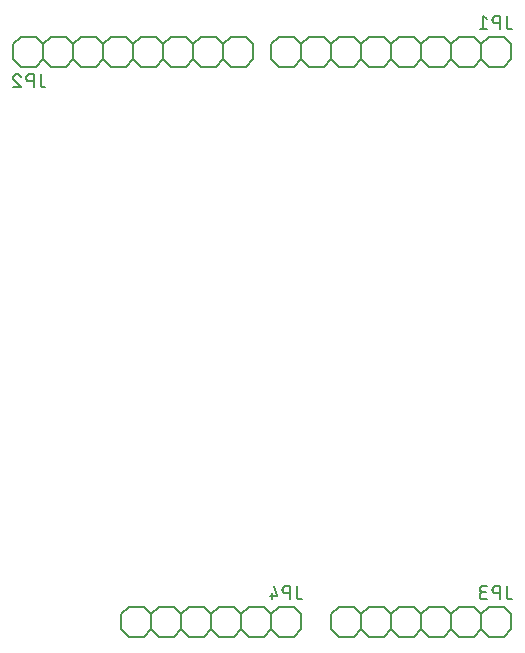
<source format=gbr>
G04 EAGLE Gerber RS-274X export*
G75*
%MOMM*%
%FSLAX34Y34*%
%LPD*%
%INSilkscreen Bottom*%
%IPPOS*%
%AMOC8*
5,1,8,0,0,1.08239X$1,22.5*%
G01*
%ADD10C,0.152400*%
%ADD11C,0.127000*%


D10*
X488950Y520700D02*
X476250Y520700D01*
X469900Y514350D01*
X469900Y501650D01*
X476250Y495300D01*
X514350Y520700D02*
X520700Y514350D01*
X514350Y520700D02*
X501650Y520700D01*
X495300Y514350D01*
X495300Y501650D01*
X501650Y495300D01*
X514350Y495300D01*
X520700Y501650D01*
X495300Y514350D02*
X488950Y520700D01*
X495300Y501650D02*
X488950Y495300D01*
X476250Y495300D01*
X552450Y520700D02*
X565150Y520700D01*
X552450Y520700D02*
X546100Y514350D01*
X546100Y501650D01*
X552450Y495300D01*
X546100Y514350D02*
X539750Y520700D01*
X527050Y520700D01*
X520700Y514350D01*
X520700Y501650D01*
X527050Y495300D01*
X539750Y495300D01*
X546100Y501650D01*
X590550Y520700D02*
X596900Y514350D01*
X590550Y520700D02*
X577850Y520700D01*
X571500Y514350D01*
X571500Y501650D01*
X577850Y495300D01*
X590550Y495300D01*
X596900Y501650D01*
X571500Y514350D02*
X565150Y520700D01*
X571500Y501650D02*
X565150Y495300D01*
X552450Y495300D01*
X628650Y520700D02*
X641350Y520700D01*
X628650Y520700D02*
X622300Y514350D01*
X622300Y501650D01*
X628650Y495300D01*
X622300Y514350D02*
X615950Y520700D01*
X603250Y520700D01*
X596900Y514350D01*
X596900Y501650D01*
X603250Y495300D01*
X615950Y495300D01*
X622300Y501650D01*
X647700Y501650D02*
X647700Y514350D01*
X641350Y520700D01*
X647700Y501650D02*
X641350Y495300D01*
X628650Y495300D01*
X463550Y520700D02*
X450850Y520700D01*
X444500Y514350D01*
X444500Y501650D01*
X450850Y495300D01*
X469900Y514350D02*
X463550Y520700D01*
X469900Y501650D02*
X463550Y495300D01*
X450850Y495300D01*
D11*
X644017Y529463D02*
X644017Y538353D01*
X644017Y529463D02*
X644019Y529363D01*
X644025Y529264D01*
X644035Y529164D01*
X644048Y529066D01*
X644066Y528967D01*
X644087Y528870D01*
X644112Y528774D01*
X644141Y528678D01*
X644174Y528584D01*
X644210Y528491D01*
X644250Y528400D01*
X644294Y528310D01*
X644341Y528222D01*
X644391Y528136D01*
X644445Y528052D01*
X644502Y527970D01*
X644562Y527891D01*
X644626Y527813D01*
X644692Y527739D01*
X644761Y527667D01*
X644833Y527598D01*
X644907Y527532D01*
X644985Y527468D01*
X645064Y527408D01*
X645146Y527351D01*
X645230Y527297D01*
X645316Y527247D01*
X645404Y527200D01*
X645494Y527156D01*
X645585Y527116D01*
X645678Y527080D01*
X645772Y527047D01*
X645868Y527018D01*
X645964Y526993D01*
X646061Y526972D01*
X646160Y526954D01*
X646258Y526941D01*
X646358Y526931D01*
X646457Y526925D01*
X646557Y526923D01*
X647827Y526923D01*
X638037Y526923D02*
X638037Y538353D01*
X634862Y538353D01*
X634751Y538351D01*
X634641Y538345D01*
X634530Y538336D01*
X634420Y538322D01*
X634311Y538305D01*
X634202Y538284D01*
X634094Y538259D01*
X633987Y538230D01*
X633881Y538198D01*
X633776Y538162D01*
X633673Y538122D01*
X633571Y538079D01*
X633470Y538032D01*
X633371Y537981D01*
X633275Y537928D01*
X633180Y537871D01*
X633087Y537810D01*
X632996Y537747D01*
X632907Y537680D01*
X632821Y537610D01*
X632738Y537537D01*
X632656Y537462D01*
X632578Y537384D01*
X632503Y537302D01*
X632430Y537219D01*
X632360Y537133D01*
X632293Y537044D01*
X632230Y536953D01*
X632169Y536860D01*
X632112Y536766D01*
X632059Y536669D01*
X632008Y536570D01*
X631961Y536469D01*
X631918Y536367D01*
X631878Y536264D01*
X631842Y536159D01*
X631810Y536053D01*
X631781Y535946D01*
X631756Y535838D01*
X631735Y535729D01*
X631718Y535620D01*
X631704Y535510D01*
X631695Y535399D01*
X631689Y535289D01*
X631687Y535178D01*
X631689Y535067D01*
X631695Y534957D01*
X631704Y534846D01*
X631718Y534736D01*
X631735Y534627D01*
X631756Y534518D01*
X631781Y534410D01*
X631810Y534303D01*
X631842Y534197D01*
X631878Y534092D01*
X631918Y533989D01*
X631961Y533887D01*
X632008Y533786D01*
X632059Y533687D01*
X632112Y533591D01*
X632169Y533496D01*
X632230Y533403D01*
X632293Y533312D01*
X632360Y533223D01*
X632430Y533137D01*
X632503Y533054D01*
X632578Y532972D01*
X632656Y532894D01*
X632738Y532819D01*
X632821Y532746D01*
X632907Y532676D01*
X632996Y532609D01*
X633087Y532546D01*
X633180Y532485D01*
X633275Y532428D01*
X633371Y532375D01*
X633470Y532324D01*
X633571Y532277D01*
X633673Y532234D01*
X633776Y532194D01*
X633881Y532158D01*
X633987Y532126D01*
X634094Y532097D01*
X634202Y532072D01*
X634311Y532051D01*
X634420Y532034D01*
X634530Y532020D01*
X634641Y532011D01*
X634751Y532005D01*
X634862Y532003D01*
X638037Y532003D01*
X627178Y535813D02*
X624003Y538353D01*
X624003Y526923D01*
X627178Y526923D02*
X620828Y526923D01*
D10*
X397510Y495300D02*
X384810Y495300D01*
X397510Y495300D02*
X403860Y501650D01*
X403860Y514350D01*
X397510Y520700D01*
X359410Y495300D02*
X353060Y501650D01*
X359410Y495300D02*
X372110Y495300D01*
X378460Y501650D01*
X378460Y514350D01*
X372110Y520700D01*
X359410Y520700D01*
X353060Y514350D01*
X378460Y501650D02*
X384810Y495300D01*
X378460Y514350D02*
X384810Y520700D01*
X397510Y520700D01*
X321310Y495300D02*
X308610Y495300D01*
X321310Y495300D02*
X327660Y501650D01*
X327660Y514350D01*
X321310Y520700D01*
X327660Y501650D02*
X334010Y495300D01*
X346710Y495300D01*
X353060Y501650D01*
X353060Y514350D01*
X346710Y520700D01*
X334010Y520700D01*
X327660Y514350D01*
X283210Y495300D02*
X276860Y501650D01*
X283210Y495300D02*
X295910Y495300D01*
X302260Y501650D01*
X302260Y514350D01*
X295910Y520700D01*
X283210Y520700D01*
X276860Y514350D01*
X302260Y501650D02*
X308610Y495300D01*
X302260Y514350D02*
X308610Y520700D01*
X321310Y520700D01*
X245110Y495300D02*
X232410Y495300D01*
X245110Y495300D02*
X251460Y501650D01*
X251460Y514350D01*
X245110Y520700D01*
X251460Y501650D02*
X257810Y495300D01*
X270510Y495300D01*
X276860Y501650D01*
X276860Y514350D01*
X270510Y520700D01*
X257810Y520700D01*
X251460Y514350D01*
X226060Y514350D02*
X226060Y501650D01*
X232410Y495300D01*
X226060Y514350D02*
X232410Y520700D01*
X245110Y520700D01*
X410210Y495300D02*
X422910Y495300D01*
X429260Y501650D01*
X429260Y514350D01*
X422910Y520700D01*
X403860Y501650D02*
X410210Y495300D01*
X403860Y514350D02*
X410210Y520700D01*
X422910Y520700D01*
D11*
X249122Y489077D02*
X249122Y480187D01*
X249124Y480087D01*
X249130Y479988D01*
X249140Y479888D01*
X249153Y479790D01*
X249171Y479691D01*
X249192Y479594D01*
X249217Y479498D01*
X249246Y479402D01*
X249279Y479308D01*
X249315Y479215D01*
X249355Y479124D01*
X249399Y479034D01*
X249446Y478946D01*
X249496Y478860D01*
X249550Y478776D01*
X249607Y478694D01*
X249667Y478615D01*
X249731Y478537D01*
X249797Y478463D01*
X249866Y478391D01*
X249938Y478322D01*
X250012Y478256D01*
X250090Y478192D01*
X250169Y478132D01*
X250251Y478075D01*
X250335Y478021D01*
X250421Y477971D01*
X250509Y477924D01*
X250599Y477880D01*
X250690Y477840D01*
X250783Y477804D01*
X250877Y477771D01*
X250973Y477742D01*
X251069Y477717D01*
X251166Y477696D01*
X251265Y477678D01*
X251363Y477665D01*
X251463Y477655D01*
X251562Y477649D01*
X251662Y477647D01*
X252932Y477647D01*
X243142Y477647D02*
X243142Y489077D01*
X239967Y489077D01*
X239856Y489075D01*
X239746Y489069D01*
X239635Y489060D01*
X239525Y489046D01*
X239416Y489029D01*
X239307Y489008D01*
X239199Y488983D01*
X239092Y488954D01*
X238986Y488922D01*
X238881Y488886D01*
X238778Y488846D01*
X238676Y488803D01*
X238575Y488756D01*
X238476Y488705D01*
X238380Y488652D01*
X238285Y488595D01*
X238192Y488534D01*
X238101Y488471D01*
X238012Y488404D01*
X237926Y488334D01*
X237843Y488261D01*
X237761Y488186D01*
X237683Y488108D01*
X237608Y488026D01*
X237535Y487943D01*
X237465Y487857D01*
X237398Y487768D01*
X237335Y487677D01*
X237274Y487584D01*
X237217Y487490D01*
X237164Y487393D01*
X237113Y487294D01*
X237066Y487193D01*
X237023Y487091D01*
X236983Y486988D01*
X236947Y486883D01*
X236915Y486777D01*
X236886Y486670D01*
X236861Y486562D01*
X236840Y486453D01*
X236823Y486344D01*
X236809Y486234D01*
X236800Y486123D01*
X236794Y486013D01*
X236792Y485902D01*
X236794Y485791D01*
X236800Y485681D01*
X236809Y485570D01*
X236823Y485460D01*
X236840Y485351D01*
X236861Y485242D01*
X236886Y485134D01*
X236915Y485027D01*
X236947Y484921D01*
X236983Y484816D01*
X237023Y484713D01*
X237066Y484611D01*
X237113Y484510D01*
X237164Y484411D01*
X237217Y484315D01*
X237274Y484220D01*
X237335Y484127D01*
X237398Y484036D01*
X237465Y483947D01*
X237535Y483861D01*
X237608Y483778D01*
X237683Y483696D01*
X237761Y483618D01*
X237843Y483543D01*
X237926Y483470D01*
X238012Y483400D01*
X238101Y483333D01*
X238192Y483270D01*
X238285Y483209D01*
X238380Y483152D01*
X238476Y483099D01*
X238575Y483048D01*
X238676Y483001D01*
X238778Y482958D01*
X238881Y482918D01*
X238986Y482882D01*
X239092Y482850D01*
X239199Y482821D01*
X239307Y482796D01*
X239416Y482775D01*
X239525Y482758D01*
X239635Y482744D01*
X239746Y482735D01*
X239856Y482729D01*
X239967Y482727D01*
X243142Y482727D01*
X228791Y489078D02*
X228687Y489076D01*
X228582Y489070D01*
X228478Y489061D01*
X228375Y489048D01*
X228272Y489030D01*
X228170Y489010D01*
X228068Y488985D01*
X227968Y488957D01*
X227868Y488925D01*
X227770Y488889D01*
X227673Y488850D01*
X227578Y488808D01*
X227484Y488762D01*
X227392Y488712D01*
X227302Y488660D01*
X227214Y488604D01*
X227128Y488544D01*
X227044Y488482D01*
X226963Y488417D01*
X226884Y488349D01*
X226807Y488277D01*
X226734Y488204D01*
X226662Y488127D01*
X226594Y488048D01*
X226529Y487967D01*
X226467Y487883D01*
X226407Y487797D01*
X226351Y487709D01*
X226299Y487619D01*
X226249Y487527D01*
X226203Y487433D01*
X226161Y487338D01*
X226122Y487241D01*
X226086Y487143D01*
X226054Y487043D01*
X226026Y486943D01*
X226001Y486841D01*
X225981Y486739D01*
X225963Y486636D01*
X225950Y486533D01*
X225941Y486429D01*
X225935Y486324D01*
X225933Y486220D01*
X228791Y489077D02*
X228909Y489075D01*
X229028Y489069D01*
X229146Y489060D01*
X229263Y489047D01*
X229380Y489029D01*
X229497Y489009D01*
X229613Y488984D01*
X229728Y488956D01*
X229841Y488923D01*
X229954Y488888D01*
X230066Y488848D01*
X230176Y488806D01*
X230285Y488759D01*
X230393Y488709D01*
X230498Y488656D01*
X230602Y488599D01*
X230704Y488539D01*
X230804Y488476D01*
X230902Y488409D01*
X230998Y488340D01*
X231091Y488267D01*
X231182Y488191D01*
X231271Y488113D01*
X231357Y488031D01*
X231440Y487947D01*
X231521Y487861D01*
X231598Y487771D01*
X231673Y487680D01*
X231745Y487586D01*
X231814Y487489D01*
X231879Y487391D01*
X231942Y487290D01*
X232001Y487187D01*
X232057Y487083D01*
X232109Y486977D01*
X232158Y486869D01*
X232203Y486760D01*
X232245Y486649D01*
X232283Y486537D01*
X226885Y483998D02*
X226809Y484073D01*
X226734Y484152D01*
X226663Y484233D01*
X226594Y484317D01*
X226529Y484403D01*
X226467Y484491D01*
X226407Y484581D01*
X226351Y484673D01*
X226298Y484768D01*
X226249Y484864D01*
X226203Y484962D01*
X226160Y485061D01*
X226121Y485162D01*
X226086Y485264D01*
X226054Y485367D01*
X226026Y485471D01*
X226001Y485576D01*
X225980Y485683D01*
X225963Y485789D01*
X225950Y485896D01*
X225941Y486004D01*
X225935Y486112D01*
X225933Y486220D01*
X226886Y483997D02*
X232283Y477647D01*
X225933Y477647D01*
D10*
X552450Y38100D02*
X565150Y38100D01*
X552450Y38100D02*
X546100Y31750D01*
X546100Y19050D01*
X552450Y12700D01*
X546100Y31750D02*
X539750Y38100D01*
X527050Y38100D01*
X520700Y31750D01*
X520700Y19050D01*
X527050Y12700D01*
X539750Y12700D01*
X546100Y19050D01*
X590550Y38100D02*
X596900Y31750D01*
X590550Y38100D02*
X577850Y38100D01*
X571500Y31750D01*
X571500Y19050D01*
X577850Y12700D01*
X590550Y12700D01*
X596900Y19050D01*
X571500Y31750D02*
X565150Y38100D01*
X571500Y19050D02*
X565150Y12700D01*
X552450Y12700D01*
X628650Y38100D02*
X641350Y38100D01*
X628650Y38100D02*
X622300Y31750D01*
X622300Y19050D01*
X628650Y12700D01*
X622300Y31750D02*
X615950Y38100D01*
X603250Y38100D01*
X596900Y31750D01*
X596900Y19050D01*
X603250Y12700D01*
X615950Y12700D01*
X622300Y19050D01*
X647700Y19050D02*
X647700Y31750D01*
X641350Y38100D01*
X647700Y19050D02*
X641350Y12700D01*
X628650Y12700D01*
X514350Y38100D02*
X501650Y38100D01*
X495300Y31750D01*
X495300Y19050D01*
X501650Y12700D01*
X520700Y31750D02*
X514350Y38100D01*
X520700Y19050D02*
X514350Y12700D01*
X501650Y12700D01*
D11*
X644017Y46863D02*
X644017Y55753D01*
X644017Y46863D02*
X644019Y46763D01*
X644025Y46664D01*
X644035Y46564D01*
X644048Y46466D01*
X644066Y46367D01*
X644087Y46270D01*
X644112Y46174D01*
X644141Y46078D01*
X644174Y45984D01*
X644210Y45891D01*
X644250Y45800D01*
X644294Y45710D01*
X644341Y45622D01*
X644391Y45536D01*
X644445Y45452D01*
X644502Y45370D01*
X644562Y45291D01*
X644626Y45213D01*
X644692Y45139D01*
X644761Y45067D01*
X644833Y44998D01*
X644907Y44932D01*
X644985Y44868D01*
X645064Y44808D01*
X645146Y44751D01*
X645230Y44697D01*
X645316Y44647D01*
X645404Y44600D01*
X645494Y44556D01*
X645585Y44516D01*
X645678Y44480D01*
X645772Y44447D01*
X645868Y44418D01*
X645964Y44393D01*
X646061Y44372D01*
X646160Y44354D01*
X646258Y44341D01*
X646358Y44331D01*
X646457Y44325D01*
X646557Y44323D01*
X647827Y44323D01*
X638037Y44323D02*
X638037Y55753D01*
X634862Y55753D01*
X634751Y55751D01*
X634641Y55745D01*
X634530Y55736D01*
X634420Y55722D01*
X634311Y55705D01*
X634202Y55684D01*
X634094Y55659D01*
X633987Y55630D01*
X633881Y55598D01*
X633776Y55562D01*
X633673Y55522D01*
X633571Y55479D01*
X633470Y55432D01*
X633371Y55381D01*
X633275Y55328D01*
X633180Y55271D01*
X633087Y55210D01*
X632996Y55147D01*
X632907Y55080D01*
X632821Y55010D01*
X632738Y54937D01*
X632656Y54862D01*
X632578Y54784D01*
X632503Y54702D01*
X632430Y54619D01*
X632360Y54533D01*
X632293Y54444D01*
X632230Y54353D01*
X632169Y54260D01*
X632112Y54165D01*
X632059Y54069D01*
X632008Y53970D01*
X631961Y53869D01*
X631918Y53767D01*
X631878Y53664D01*
X631842Y53559D01*
X631810Y53453D01*
X631781Y53346D01*
X631756Y53238D01*
X631735Y53129D01*
X631718Y53020D01*
X631704Y52910D01*
X631695Y52799D01*
X631689Y52689D01*
X631687Y52578D01*
X631689Y52467D01*
X631695Y52357D01*
X631704Y52246D01*
X631718Y52136D01*
X631735Y52027D01*
X631756Y51918D01*
X631781Y51810D01*
X631810Y51703D01*
X631842Y51597D01*
X631878Y51492D01*
X631918Y51389D01*
X631961Y51287D01*
X632008Y51186D01*
X632059Y51087D01*
X632112Y50990D01*
X632169Y50896D01*
X632230Y50803D01*
X632293Y50712D01*
X632360Y50623D01*
X632430Y50537D01*
X632503Y50454D01*
X632578Y50372D01*
X632656Y50294D01*
X632738Y50219D01*
X632821Y50146D01*
X632907Y50076D01*
X632996Y50009D01*
X633087Y49946D01*
X633180Y49885D01*
X633275Y49828D01*
X633371Y49775D01*
X633470Y49724D01*
X633571Y49677D01*
X633673Y49634D01*
X633776Y49594D01*
X633881Y49558D01*
X633987Y49526D01*
X634094Y49497D01*
X634202Y49472D01*
X634311Y49451D01*
X634420Y49434D01*
X634530Y49420D01*
X634641Y49411D01*
X634751Y49405D01*
X634862Y49403D01*
X638037Y49403D01*
X627178Y44323D02*
X624003Y44323D01*
X623892Y44325D01*
X623782Y44331D01*
X623671Y44340D01*
X623561Y44354D01*
X623452Y44371D01*
X623343Y44392D01*
X623235Y44417D01*
X623128Y44446D01*
X623022Y44478D01*
X622917Y44514D01*
X622814Y44554D01*
X622712Y44597D01*
X622611Y44644D01*
X622512Y44695D01*
X622416Y44748D01*
X622321Y44805D01*
X622228Y44866D01*
X622137Y44929D01*
X622048Y44996D01*
X621962Y45066D01*
X621879Y45139D01*
X621797Y45214D01*
X621719Y45292D01*
X621644Y45374D01*
X621571Y45457D01*
X621501Y45543D01*
X621434Y45632D01*
X621371Y45723D01*
X621310Y45816D01*
X621253Y45910D01*
X621200Y46007D01*
X621149Y46106D01*
X621102Y46207D01*
X621059Y46309D01*
X621019Y46412D01*
X620983Y46517D01*
X620951Y46623D01*
X620922Y46730D01*
X620897Y46838D01*
X620876Y46947D01*
X620859Y47056D01*
X620845Y47166D01*
X620836Y47277D01*
X620830Y47387D01*
X620828Y47498D01*
X620830Y47609D01*
X620836Y47719D01*
X620845Y47830D01*
X620859Y47940D01*
X620876Y48049D01*
X620897Y48158D01*
X620922Y48266D01*
X620951Y48373D01*
X620983Y48479D01*
X621019Y48584D01*
X621059Y48687D01*
X621102Y48789D01*
X621149Y48890D01*
X621200Y48989D01*
X621253Y49085D01*
X621310Y49180D01*
X621371Y49273D01*
X621434Y49364D01*
X621501Y49453D01*
X621571Y49539D01*
X621644Y49622D01*
X621719Y49704D01*
X621797Y49782D01*
X621879Y49857D01*
X621962Y49930D01*
X622048Y50000D01*
X622137Y50067D01*
X622228Y50130D01*
X622321Y50191D01*
X622416Y50248D01*
X622512Y50301D01*
X622611Y50352D01*
X622712Y50399D01*
X622814Y50442D01*
X622917Y50482D01*
X623022Y50518D01*
X623128Y50550D01*
X623235Y50579D01*
X623343Y50604D01*
X623452Y50625D01*
X623561Y50642D01*
X623671Y50656D01*
X623782Y50665D01*
X623892Y50671D01*
X624003Y50673D01*
X623368Y55753D02*
X627178Y55753D01*
X623368Y55753D02*
X623268Y55751D01*
X623169Y55745D01*
X623069Y55735D01*
X622971Y55722D01*
X622872Y55704D01*
X622775Y55683D01*
X622679Y55658D01*
X622583Y55629D01*
X622489Y55596D01*
X622396Y55560D01*
X622305Y55520D01*
X622215Y55476D01*
X622127Y55429D01*
X622041Y55379D01*
X621957Y55325D01*
X621875Y55268D01*
X621796Y55208D01*
X621718Y55144D01*
X621644Y55078D01*
X621572Y55009D01*
X621503Y54937D01*
X621437Y54863D01*
X621373Y54785D01*
X621313Y54706D01*
X621256Y54624D01*
X621202Y54540D01*
X621152Y54454D01*
X621105Y54366D01*
X621061Y54276D01*
X621021Y54185D01*
X620985Y54092D01*
X620952Y53998D01*
X620923Y53902D01*
X620898Y53806D01*
X620877Y53709D01*
X620859Y53610D01*
X620846Y53512D01*
X620836Y53412D01*
X620830Y53313D01*
X620828Y53213D01*
X620830Y53113D01*
X620836Y53014D01*
X620846Y52914D01*
X620859Y52816D01*
X620877Y52717D01*
X620898Y52620D01*
X620923Y52524D01*
X620952Y52428D01*
X620985Y52334D01*
X621021Y52241D01*
X621061Y52150D01*
X621105Y52060D01*
X621152Y51972D01*
X621202Y51886D01*
X621256Y51802D01*
X621313Y51720D01*
X621373Y51641D01*
X621437Y51563D01*
X621503Y51489D01*
X621572Y51417D01*
X621644Y51348D01*
X621718Y51282D01*
X621796Y51218D01*
X621875Y51158D01*
X621957Y51101D01*
X622041Y51047D01*
X622127Y50997D01*
X622215Y50950D01*
X622305Y50906D01*
X622396Y50866D01*
X622489Y50830D01*
X622583Y50797D01*
X622679Y50768D01*
X622775Y50743D01*
X622872Y50722D01*
X622971Y50704D01*
X623069Y50691D01*
X623169Y50681D01*
X623268Y50675D01*
X623368Y50673D01*
X625908Y50673D01*
D10*
X387350Y38100D02*
X374650Y38100D01*
X368300Y31750D01*
X368300Y19050D01*
X374650Y12700D01*
X368300Y31750D02*
X361950Y38100D01*
X349250Y38100D01*
X342900Y31750D01*
X342900Y19050D01*
X349250Y12700D01*
X361950Y12700D01*
X368300Y19050D01*
X412750Y38100D02*
X419100Y31750D01*
X412750Y38100D02*
X400050Y38100D01*
X393700Y31750D01*
X393700Y19050D01*
X400050Y12700D01*
X412750Y12700D01*
X419100Y19050D01*
X393700Y31750D02*
X387350Y38100D01*
X393700Y19050D02*
X387350Y12700D01*
X374650Y12700D01*
X450850Y38100D02*
X463550Y38100D01*
X450850Y38100D02*
X444500Y31750D01*
X444500Y19050D01*
X450850Y12700D01*
X444500Y31750D02*
X438150Y38100D01*
X425450Y38100D01*
X419100Y31750D01*
X419100Y19050D01*
X425450Y12700D01*
X438150Y12700D01*
X444500Y19050D01*
X469900Y19050D02*
X469900Y31750D01*
X463550Y38100D01*
X469900Y19050D02*
X463550Y12700D01*
X450850Y12700D01*
X336550Y38100D02*
X323850Y38100D01*
X317500Y31750D01*
X317500Y19050D01*
X323850Y12700D01*
X342900Y31750D02*
X336550Y38100D01*
X342900Y19050D02*
X336550Y12700D01*
X323850Y12700D01*
D11*
X466217Y46863D02*
X466217Y55753D01*
X466217Y46863D02*
X466219Y46763D01*
X466225Y46664D01*
X466235Y46564D01*
X466248Y46466D01*
X466266Y46367D01*
X466287Y46270D01*
X466312Y46174D01*
X466341Y46078D01*
X466374Y45984D01*
X466410Y45891D01*
X466450Y45800D01*
X466494Y45710D01*
X466541Y45622D01*
X466591Y45536D01*
X466645Y45452D01*
X466702Y45370D01*
X466762Y45291D01*
X466826Y45213D01*
X466892Y45139D01*
X466961Y45067D01*
X467033Y44998D01*
X467107Y44932D01*
X467185Y44868D01*
X467264Y44808D01*
X467346Y44751D01*
X467430Y44697D01*
X467516Y44647D01*
X467604Y44600D01*
X467694Y44556D01*
X467785Y44516D01*
X467878Y44480D01*
X467972Y44447D01*
X468068Y44418D01*
X468164Y44393D01*
X468261Y44372D01*
X468360Y44354D01*
X468458Y44341D01*
X468558Y44331D01*
X468657Y44325D01*
X468757Y44323D01*
X470027Y44323D01*
X460237Y44323D02*
X460237Y55753D01*
X457062Y55753D01*
X456951Y55751D01*
X456841Y55745D01*
X456730Y55736D01*
X456620Y55722D01*
X456511Y55705D01*
X456402Y55684D01*
X456294Y55659D01*
X456187Y55630D01*
X456081Y55598D01*
X455976Y55562D01*
X455873Y55522D01*
X455771Y55479D01*
X455670Y55432D01*
X455571Y55381D01*
X455475Y55328D01*
X455380Y55271D01*
X455287Y55210D01*
X455196Y55147D01*
X455107Y55080D01*
X455021Y55010D01*
X454938Y54937D01*
X454856Y54862D01*
X454778Y54784D01*
X454703Y54702D01*
X454630Y54619D01*
X454560Y54533D01*
X454493Y54444D01*
X454430Y54353D01*
X454369Y54260D01*
X454312Y54165D01*
X454259Y54069D01*
X454208Y53970D01*
X454161Y53869D01*
X454118Y53767D01*
X454078Y53664D01*
X454042Y53559D01*
X454010Y53453D01*
X453981Y53346D01*
X453956Y53238D01*
X453935Y53129D01*
X453918Y53020D01*
X453904Y52910D01*
X453895Y52799D01*
X453889Y52689D01*
X453887Y52578D01*
X453889Y52467D01*
X453895Y52357D01*
X453904Y52246D01*
X453918Y52136D01*
X453935Y52027D01*
X453956Y51918D01*
X453981Y51810D01*
X454010Y51703D01*
X454042Y51597D01*
X454078Y51492D01*
X454118Y51389D01*
X454161Y51287D01*
X454208Y51186D01*
X454259Y51087D01*
X454312Y50990D01*
X454369Y50896D01*
X454430Y50803D01*
X454493Y50712D01*
X454560Y50623D01*
X454630Y50537D01*
X454703Y50454D01*
X454778Y50372D01*
X454856Y50294D01*
X454938Y50219D01*
X455021Y50146D01*
X455107Y50076D01*
X455196Y50009D01*
X455287Y49946D01*
X455380Y49885D01*
X455475Y49828D01*
X455571Y49775D01*
X455670Y49724D01*
X455771Y49677D01*
X455873Y49634D01*
X455976Y49594D01*
X456081Y49558D01*
X456187Y49526D01*
X456294Y49497D01*
X456402Y49472D01*
X456511Y49451D01*
X456620Y49434D01*
X456730Y49420D01*
X456841Y49411D01*
X456951Y49405D01*
X457062Y49403D01*
X460237Y49403D01*
X449378Y46863D02*
X446838Y55753D01*
X449378Y46863D02*
X443028Y46863D01*
X444933Y49403D02*
X444933Y44323D01*
M02*

</source>
